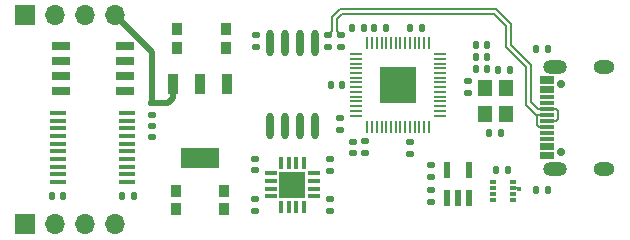
<source format=gtl>
%TF.GenerationSoftware,KiCad,Pcbnew,9.0.0*%
%TF.CreationDate,2025-03-14T22:24:00-04:00*%
%TF.ProjectId,teensy,7465656e-7379-42e6-9b69-6361645f7063,rev?*%
%TF.SameCoordinates,Original*%
%TF.FileFunction,Copper,L1,Top*%
%TF.FilePolarity,Positive*%
%FSLAX46Y46*%
G04 Gerber Fmt 4.6, Leading zero omitted, Abs format (unit mm)*
G04 Created by KiCad (PCBNEW 9.0.0) date 2025-03-14 22:24:00*
%MOMM*%
%LPD*%
G01*
G04 APERTURE LIST*
G04 Aperture macros list*
%AMRoundRect*
0 Rectangle with rounded corners*
0 $1 Rounding radius*
0 $2 $3 $4 $5 $6 $7 $8 $9 X,Y pos of 4 corners*
0 Add a 4 corners polygon primitive as box body*
4,1,4,$2,$3,$4,$5,$6,$7,$8,$9,$2,$3,0*
0 Add four circle primitives for the rounded corners*
1,1,$1+$1,$2,$3*
1,1,$1+$1,$4,$5*
1,1,$1+$1,$6,$7*
1,1,$1+$1,$8,$9*
0 Add four rect primitives between the rounded corners*
20,1,$1+$1,$2,$3,$4,$5,0*
20,1,$1+$1,$4,$5,$6,$7,0*
20,1,$1+$1,$6,$7,$8,$9,0*
20,1,$1+$1,$8,$9,$2,$3,0*%
G04 Aperture macros list end*
%TA.AperFunction,SMDPad,CuDef*%
%ADD10RoundRect,0.140000X-0.140000X-0.170000X0.140000X-0.170000X0.140000X0.170000X-0.140000X0.170000X0*%
%TD*%
%TA.AperFunction,SMDPad,CuDef*%
%ADD11R,1.528000X0.650000*%
%TD*%
%TA.AperFunction,SMDPad,CuDef*%
%ADD12RoundRect,0.140000X-0.170000X0.140000X-0.170000X-0.140000X0.170000X-0.140000X0.170000X0.140000X0*%
%TD*%
%TA.AperFunction,SMDPad,CuDef*%
%ADD13RoundRect,0.135000X0.185000X-0.135000X0.185000X0.135000X-0.185000X0.135000X-0.185000X-0.135000X0*%
%TD*%
%TA.AperFunction,SMDPad,CuDef*%
%ADD14R,0.200000X1.100000*%
%TD*%
%TA.AperFunction,SMDPad,CuDef*%
%ADD15R,1.100000X0.200000*%
%TD*%
%TA.AperFunction,SMDPad,CuDef*%
%ADD16R,3.100000X3.100000*%
%TD*%
%TA.AperFunction,SMDPad,CuDef*%
%ADD17RoundRect,0.135000X0.135000X0.185000X-0.135000X0.185000X-0.135000X-0.185000X0.135000X-0.185000X0*%
%TD*%
%TA.AperFunction,SMDPad,CuDef*%
%ADD18R,0.609600X1.320800*%
%TD*%
%TA.AperFunction,SMDPad,CuDef*%
%ADD19R,0.900000X1.000000*%
%TD*%
%TA.AperFunction,SMDPad,CuDef*%
%ADD20O,0.630000X2.250000*%
%TD*%
%TA.AperFunction,SMDPad,CuDef*%
%ADD21R,1.475000X0.450000*%
%TD*%
%TA.AperFunction,SMDPad,CuDef*%
%ADD22RoundRect,0.135000X-0.185000X0.135000X-0.185000X-0.135000X0.185000X-0.135000X0.185000X0.135000X0*%
%TD*%
%TA.AperFunction,SMDPad,CuDef*%
%ADD23RoundRect,0.140000X0.170000X-0.140000X0.170000X0.140000X-0.170000X0.140000X-0.170000X-0.140000X0*%
%TD*%
%TA.AperFunction,SMDPad,CuDef*%
%ADD24RoundRect,0.140000X0.140000X0.170000X-0.140000X0.170000X-0.140000X-0.170000X0.140000X-0.170000X0*%
%TD*%
%TA.AperFunction,SMDPad,CuDef*%
%ADD25R,1.200000X1.400000*%
%TD*%
%TA.AperFunction,ComponentPad*%
%ADD26R,1.700000X1.700000*%
%TD*%
%TA.AperFunction,ComponentPad*%
%ADD27O,1.700000X1.700000*%
%TD*%
%TA.AperFunction,SMDPad,CuDef*%
%ADD28R,0.475000X0.300000*%
%TD*%
%TA.AperFunction,ComponentPad*%
%ADD29C,0.700000*%
%TD*%
%TA.AperFunction,ComponentPad*%
%ADD30O,2.000000X1.200000*%
%TD*%
%TA.AperFunction,ComponentPad*%
%ADD31O,1.800000X1.200000*%
%TD*%
%TA.AperFunction,SMDPad,CuDef*%
%ADD32R,1.300000X0.300000*%
%TD*%
%TA.AperFunction,SMDPad,CuDef*%
%ADD33R,1.050000X0.350000*%
%TD*%
%TA.AperFunction,SMDPad,CuDef*%
%ADD34R,0.350000X1.050000*%
%TD*%
%TA.AperFunction,SMDPad,CuDef*%
%ADD35R,2.200000X2.200000*%
%TD*%
%TA.AperFunction,SMDPad,CuDef*%
%ADD36R,0.950000X1.750000*%
%TD*%
%TA.AperFunction,SMDPad,CuDef*%
%ADD37R,3.200000X1.750000*%
%TD*%
%TA.AperFunction,ViaPad*%
%ADD38C,0.400000*%
%TD*%
%TA.AperFunction,Conductor*%
%ADD39C,0.500000*%
%TD*%
%TA.AperFunction,Conductor*%
%ADD40C,0.200000*%
%TD*%
%TA.AperFunction,Conductor*%
%ADD41C,0.150000*%
%TD*%
G04 APERTURE END LIST*
D10*
%TO.P,C6,1*%
%TO.N,micro_controller-vcc*%
X157841072Y-94285396D03*
%TO.P,C6,2*%
%TO.N,gnd*%
X158801072Y-94285396D03*
%TD*%
D11*
%TO.P,U9,1*%
%TO.N,b1*%
X136702072Y-99655000D03*
%TO.P,U9,2*%
%TO.N,b2*%
X136702072Y-98385000D03*
%TO.P,U9,3*%
X136702072Y-97115000D03*
%TO.P,U9,4*%
%TO.N,b3*%
X136702072Y-95845000D03*
%TO.P,U9,5*%
%TO.N,gnd*%
X131280072Y-95845000D03*
%TO.P,U9,6*%
%TO.N,A*%
X131280072Y-97115000D03*
%TO.P,U9,7*%
%TO.N,B*%
X131280072Y-98385000D03*
%TO.P,U9,8*%
%TO.N,vcc-1*%
X131280072Y-99655000D03*
%TD*%
D12*
%TO.P,C20,1*%
%TO.N,vint*%
X147739750Y-108800000D03*
%TO.P,C20,2*%
%TO.N,gnd*%
X147739750Y-109760000D03*
%TD*%
D13*
%TO.P,R6,1*%
%TO.N,usb_dp*%
X153915176Y-95879671D03*
%TO.P,R6,2*%
%TO.N,USBD_P*%
X153915176Y-94859671D03*
%TD*%
D14*
%TO.P,U3,1*%
%TO.N,micro_controller-vcc*%
X157250000Y-102650000D03*
%TO.P,U3,2*%
%TO.N,a3*%
X157650000Y-102650000D03*
%TO.P,U3,3*%
%TO.N,a1*%
X158050000Y-102650000D03*
%TO.P,U3,4*%
%TO.N,a2*%
X158450000Y-102650000D03*
%TO.P,U3,5*%
%TO.N,io_ain1*%
X158850000Y-102650000D03*
%TO.P,U3,6*%
%TO.N,io_ain2*%
X159250000Y-102650000D03*
%TO.P,U3,7*%
%TO.N,io_bin1*%
X159650000Y-102650000D03*
%TO.P,U3,8*%
%TO.N,io_bin2*%
X160050000Y-102650000D03*
%TO.P,U3,9*%
%TO.N,gpio7*%
X160450000Y-102650000D03*
%TO.P,U3,10*%
%TO.N,micro_controller-vcc*%
X160850000Y-102650000D03*
%TO.P,U3,11*%
%TO.N,miso*%
X161250000Y-102650000D03*
%TO.P,U3,12*%
%TO.N,micro_controller.rp2040-cs*%
X161650000Y-102650000D03*
%TO.P,U3,13*%
%TO.N,micro_controller.rp2040-sck*%
X162050000Y-102650000D03*
%TO.P,U3,14*%
%TO.N,mosi*%
X162450000Y-102650000D03*
D15*
%TO.P,U3,15*%
%TO.N,gpio12*%
X163400000Y-101700000D03*
%TO.P,U3,16*%
%TO.N,gpio13*%
X163400000Y-101300000D03*
%TO.P,U3,17*%
%TO.N,gpio14*%
X163400000Y-100900000D03*
%TO.P,U3,18*%
%TO.N,gpio15*%
X163400000Y-100500000D03*
%TO.P,U3,19*%
%TO.N,gnd*%
X163400000Y-100100000D03*
%TO.P,U3,20*%
%TO.N,xin*%
X163400000Y-99700000D03*
%TO.P,U3,21*%
%TO.N,xout*%
X163400000Y-99300000D03*
%TO.P,U3,22*%
%TO.N,micro_controller-vcc*%
X163400000Y-98900000D03*
%TO.P,U3,23*%
%TO.N,micro_controller.rp2040.micro-vcc*%
X163400000Y-98500000D03*
%TO.P,U3,24*%
%TO.N,swclk*%
X163400000Y-98100000D03*
%TO.P,U3,25*%
%TO.N,swdio*%
X163400000Y-97700000D03*
%TO.P,U3,26*%
%TO.N,run*%
X163400000Y-97300000D03*
%TO.P,U3,27*%
%TO.N,gpio16*%
X163400000Y-96900000D03*
%TO.P,U3,28*%
%TO.N,gpio17*%
X163400000Y-96500000D03*
D14*
%TO.P,U3,29*%
%TO.N,io_pad_18*%
X162450000Y-95550000D03*
%TO.P,U3,30*%
%TO.N,io_pad_19*%
X162050000Y-95550000D03*
%TO.P,U3,31*%
%TO.N,io_pad_20*%
X161650000Y-95550000D03*
%TO.P,U3,32*%
%TO.N,io_pad_21*%
X161250000Y-95550000D03*
%TO.P,U3,33*%
%TO.N,micro_controller-vcc*%
X160850000Y-95550000D03*
%TO.P,U3,34*%
%TO.N,gpio22*%
X160450000Y-95550000D03*
%TO.P,U3,35*%
%TO.N,gpio23*%
X160050000Y-95550000D03*
%TO.P,U3,36*%
%TO.N,gpio24*%
X159650000Y-95550000D03*
%TO.P,U3,37*%
%TO.N,gpio25*%
X159250000Y-95550000D03*
%TO.P,U3,38*%
%TO.N,io_pad_a0*%
X158850000Y-95550000D03*
%TO.P,U3,39*%
%TO.N,io_pad_a1*%
X158450000Y-95550000D03*
%TO.P,U3,40*%
%TO.N,io_pad_a2*%
X158050000Y-95550000D03*
%TO.P,U3,41*%
%TO.N,io_pad_a3*%
X157650000Y-95550000D03*
%TO.P,U3,42*%
%TO.N,micro_controller-vcc*%
X157250000Y-95550000D03*
D15*
%TO.P,U3,43*%
X156300000Y-96500000D03*
%TO.P,U3,44*%
X156300000Y-96900000D03*
%TO.P,U3,45*%
%TO.N,micro_controller.rp2040.micro-vcc*%
X156300000Y-97300000D03*
%TO.P,U3,46*%
%TO.N,usb_dm*%
X156300000Y-97700000D03*
%TO.P,U3,47*%
%TO.N,usb_dp*%
X156300000Y-98100000D03*
%TO.P,U3,48*%
%TO.N,micro_controller-vcc*%
X156300000Y-98500000D03*
%TO.P,U3,49*%
X156300000Y-98900000D03*
%TO.P,U3,50*%
%TO.N,micro_controller.rp2040.micro-vcc*%
X156300000Y-99300000D03*
%TO.P,U3,51*%
%TO.N,io3*%
X156300000Y-99700000D03*
%TO.P,U3,52*%
%TO.N,micro_controller.rp2040-sck-1*%
X156300000Y-100100000D03*
%TO.P,U3,53*%
%TO.N,io0*%
X156300000Y-100500000D03*
%TO.P,U3,54*%
%TO.N,io2*%
X156300000Y-100900000D03*
%TO.P,U3,55*%
%TO.N,io1*%
X156300000Y-101300000D03*
%TO.P,U3,56*%
%TO.N,micro_controller.rp2040-cs-1*%
X156300000Y-101700000D03*
D16*
%TO.P,U3,57*%
%TO.N,gnd*%
X159850000Y-99100000D03*
%TD*%
D17*
%TO.P,R2,1*%
%TO.N,cc2*%
X172567500Y-96100000D03*
%TO.P,R2,2*%
%TO.N,gnd*%
X171547500Y-96100000D03*
%TD*%
D18*
%TO.P,U1,1*%
%TO.N,micro_controller-vcc-1*%
X164000500Y-108693800D03*
%TO.P,U1,2*%
%TO.N,gnd*%
X164940000Y-108693800D03*
%TO.P,U1,3*%
%TO.N,micro_controller-vcc-1*%
X165879500Y-108693800D03*
%TO.P,U1,4*%
%TO.N,nc*%
X165879500Y-106306200D03*
%TO.P,U1,5*%
%TO.N,micro_controller-vcc*%
X164000500Y-106306200D03*
%TD*%
D12*
%TO.P,C8,1*%
%TO.N,micro_controller-vcc*%
X157074749Y-103869810D03*
%TO.P,C8,2*%
%TO.N,gnd*%
X157074749Y-104829810D03*
%TD*%
D13*
%TO.P,R4,1*%
%TO.N,micro_controller-vcc*%
X154964211Y-102895396D03*
%TO.P,R4,2*%
%TO.N,micro_controller.rp2040-cs-1*%
X154964211Y-101875396D03*
%TD*%
D12*
%TO.P,C19,1*%
%TO.N,vcp*%
X147749750Y-105390000D03*
%TO.P,C19,2*%
%TO.N,micro_controller-vcc*%
X147749750Y-106350000D03*
%TD*%
D13*
%TO.P,R10,1*%
%TO.N,bisen*%
X154099750Y-106390000D03*
%TO.P,R10,2*%
%TO.N,gnd*%
X154099750Y-105370000D03*
%TD*%
D19*
%TO.P,U5,1*%
%TO.N,gnd*%
X145250000Y-94350000D03*
%TO.P,U5,2*%
%TO.N,micro_controller.rp2040-cs-1*%
X145250000Y-95950000D03*
%TO.P,U5,3*%
X141150000Y-95950000D03*
%TO.P,U5,4*%
%TO.N,gnd*%
X141150000Y-94350000D03*
%TD*%
D10*
%TO.P,C13,1*%
%TO.N,micro_controller.rp2040.micro-vcc*%
X166406118Y-96720551D03*
%TO.P,C13,2*%
%TO.N,gnd*%
X167366118Y-96720551D03*
%TD*%
D20*
%TO.P,U7,1*%
%TO.N,micro_controller.rp2040-cs-1*%
X149031072Y-102579686D03*
%TO.P,U7,2*%
%TO.N,io1*%
X150311072Y-102579686D03*
%TO.P,U7,3*%
%TO.N,io2*%
X151571072Y-102579686D03*
%TO.P,U7,4*%
%TO.N,gnd*%
X152841072Y-102579686D03*
%TO.P,U7,5*%
%TO.N,io0*%
X152841072Y-95519686D03*
%TO.P,U7,6*%
%TO.N,micro_controller.rp2040-sck-1*%
X151571072Y-95519686D03*
%TO.P,U7,7*%
%TO.N,io3*%
X150311072Y-95519686D03*
%TO.P,U7,8*%
%TO.N,micro_controller-vcc*%
X149031072Y-95519686D03*
%TD*%
D21*
%TO.P,U10,1*%
%TO.N,a1*%
X136929072Y-107325000D03*
%TO.P,U10,2*%
%TO.N,micro_controller-vcc*%
X136929072Y-106675000D03*
%TO.P,U10,3*%
%TO.N,a2*%
X136929072Y-106025000D03*
%TO.P,U10,4*%
%TO.N,a3*%
X136929072Y-105375000D03*
%TO.P,U10,5*%
%TO.N,a4*%
X136929072Y-104725000D03*
%TO.P,U10,6*%
%TO.N,a5*%
X136929072Y-104075000D03*
%TO.P,U10,7*%
%TO.N,a6*%
X136929072Y-103425000D03*
%TO.P,U10,8*%
%TO.N,a7*%
X136929072Y-102775000D03*
%TO.P,U10,9*%
%TO.N,a8*%
X136929072Y-102125000D03*
%TO.P,U10,10*%
%TO.N,vcc-1*%
X136929072Y-101475000D03*
%TO.P,U10,11*%
%TO.N,gnd*%
X131053072Y-101475000D03*
%TO.P,U10,12*%
%TO.N,b8*%
X131053072Y-102125000D03*
%TO.P,U10,13*%
%TO.N,b7*%
X131053072Y-102775000D03*
%TO.P,U10,14*%
%TO.N,b6*%
X131053072Y-103425000D03*
%TO.P,U10,15*%
%TO.N,b5*%
X131053072Y-104075000D03*
%TO.P,U10,16*%
%TO.N,b4*%
X131053072Y-104725000D03*
%TO.P,U10,17*%
%TO.N,b3*%
X131053072Y-105375000D03*
%TO.P,U10,18*%
%TO.N,b2*%
X131053072Y-106025000D03*
%TO.P,U10,19*%
%TO.N,vcc-1*%
X131053072Y-106675000D03*
%TO.P,U10,20*%
%TO.N,b1*%
X131053072Y-107325000D03*
%TD*%
D12*
%TO.P,C17,1*%
%TO.N,vcc*%
X139000000Y-100670000D03*
%TO.P,C17,2*%
%TO.N,gnd*%
X139000000Y-101630000D03*
%TD*%
D22*
%TO.P,R7,1*%
%TO.N,USBD_N*%
X154977631Y-94846715D03*
%TO.P,R7,2*%
%TO.N,usb_dm*%
X154977631Y-95866715D03*
%TD*%
D17*
%TO.P,R8,1*%
%TO.N,st*%
X169186283Y-106350000D03*
%TO.P,R8,2*%
%TO.N,vcc-1*%
X168166283Y-106350000D03*
%TD*%
D23*
%TO.P,C1,1*%
%TO.N,micro_controller-vcc-1*%
X162640000Y-109000000D03*
%TO.P,C1,2*%
%TO.N,gnd*%
X162640000Y-108040000D03*
%TD*%
D24*
%TO.P,C12,1*%
%TO.N,micro_controller.rp2040.micro-vcc*%
X156921072Y-94285396D03*
%TO.P,C12,2*%
%TO.N,gnd*%
X155961072Y-94285396D03*
%TD*%
D10*
%TO.P,C16,1*%
%TO.N,vcc-1*%
X130511072Y-108500000D03*
%TO.P,C16,2*%
%TO.N,gnd*%
X131471072Y-108500000D03*
%TD*%
%TO.P,C9,1*%
%TO.N,micro_controller-vcc*%
X160881072Y-94285396D03*
%TO.P,C9,2*%
%TO.N,gnd*%
X161841072Y-94285396D03*
%TD*%
D13*
%TO.P,R5,1*%
%TO.N,xout*%
X165763372Y-99770939D03*
%TO.P,R5,2*%
%TO.N,out*%
X165763372Y-98750939D03*
%TD*%
D25*
%TO.P,U6,1*%
%TO.N,xin*%
X168951559Y-101562966D03*
%TO.P,U6,2*%
%TO.N,gnd*%
X168951559Y-99362966D03*
%TO.P,U6,3*%
%TO.N,out*%
X167191559Y-99362966D03*
%TO.P,U6,4*%
%TO.N,gnd*%
X167191559Y-101562966D03*
%TD*%
D26*
%TO.P,U12,1*%
%TO.N,gnd*%
X128265000Y-93200000D03*
D27*
%TO.P,U12,2*%
%TO.N,A*%
X130805000Y-93200000D03*
%TO.P,U12,3*%
%TO.N,B*%
X133345000Y-93200000D03*
%TO.P,U12,4*%
%TO.N,vcc*%
X135885000Y-93200000D03*
%TD*%
D17*
%TO.P,R1,1*%
%TO.N,cc1*%
X172567500Y-108000000D03*
%TO.P,R1,2*%
%TO.N,gnd*%
X171547500Y-108000000D03*
%TD*%
D19*
%TO.P,U4,1*%
%TO.N,gnd*%
X141050000Y-109650000D03*
%TO.P,U4,2*%
%TO.N,run*%
X141050000Y-108050000D03*
%TO.P,U4,3*%
X145150000Y-108050000D03*
%TO.P,U4,4*%
%TO.N,gnd*%
X145150000Y-109650000D03*
%TD*%
D10*
%TO.P,C5,1*%
%TO.N,micro_controller-vcc*%
X166406118Y-97767506D03*
%TO.P,C5,2*%
%TO.N,gnd*%
X167366118Y-97767506D03*
%TD*%
D22*
%TO.P,R9,1*%
%TO.N,aisen*%
X154079750Y-108770000D03*
%TO.P,R9,2*%
%TO.N,gnd*%
X154079750Y-109790000D03*
%TD*%
D10*
%TO.P,C15,1*%
%TO.N,micro_controller-vcc*%
X136511072Y-108500000D03*
%TO.P,C15,2*%
%TO.N,gnd*%
X137471072Y-108500000D03*
%TD*%
D23*
%TO.P,C18,1*%
%TO.N,vcc-1*%
X139000000Y-103530000D03*
%TO.P,C18,2*%
%TO.N,gnd*%
X139000000Y-102570000D03*
%TD*%
D28*
%TO.P,U8,1*%
%TO.N,gnd*%
X167882000Y-107350000D03*
%TO.P,U8,2*%
%TO.N,micro_controller-vcc-1*%
X167882000Y-107850000D03*
%TO.P,U8,3*%
%TO.N,vcc-1*%
X167882000Y-108350000D03*
%TO.P,U8,4*%
%TO.N,micro_controller.lm66200-io*%
X167882000Y-108850000D03*
%TO.P,U8,5*%
%TO.N,gnd*%
X169558000Y-108850000D03*
%TO.P,U8,6*%
%TO.N,micro_controller.typeC-vcc*%
X169558000Y-108350000D03*
%TO.P,U8,7*%
%TO.N,micro_controller-vcc-1*%
X169558000Y-107850000D03*
%TO.P,U8,8*%
%TO.N,st*%
X169558000Y-107350000D03*
%TD*%
D24*
%TO.P,C3,1*%
%TO.N,xin*%
X168528330Y-103144022D03*
%TO.P,C3,2*%
%TO.N,gnd*%
X167568330Y-103144022D03*
%TD*%
D10*
%TO.P,C4,1*%
%TO.N,out*%
X168338259Y-97819901D03*
%TO.P,C4,2*%
%TO.N,gnd*%
X169298259Y-97819901D03*
%TD*%
D29*
%TO.P,U2,*%
%TO.N,*%
X173670000Y-104790000D03*
X173670000Y-99010000D03*
D30*
%TO.P,U2,1*%
%TO.N,gnd*%
X173130000Y-106220000D03*
%TO.P,U2,2*%
X173130000Y-97580000D03*
D31*
%TO.P,U2,3*%
X177320000Y-106220000D03*
%TO.P,U2,4*%
X177320000Y-97580000D03*
D32*
%TO.P,U2,A1*%
X172480000Y-105250000D03*
%TO.P,U2,A4*%
%TO.N,micro_controller.typeC-vcc*%
X172480000Y-104450000D03*
%TO.P,U2,A5*%
%TO.N,cc1*%
X172480000Y-103150000D03*
%TO.P,U2,A6*%
%TO.N,USBD_P*%
X172480000Y-102150000D03*
%TO.P,U2,A7*%
%TO.N,USBD_N*%
X172480000Y-101650000D03*
%TO.P,U2,A8*%
%TO.N,sub1*%
X172480000Y-100650000D03*
%TO.P,U2,A9*%
%TO.N,micro_controller.typeC-vcc*%
X172490000Y-99350000D03*
%TO.P,U2,A12*%
%TO.N,gnd*%
X172480000Y-98550000D03*
%TO.P,U2,B1*%
X172480000Y-98850000D03*
%TO.P,U2,B4*%
%TO.N,micro_controller.typeC-vcc*%
X172490000Y-99650000D03*
%TO.P,U2,B5*%
%TO.N,cc2*%
X172480000Y-100150000D03*
%TO.P,U2,B6*%
%TO.N,USBD_P*%
X172480000Y-101150000D03*
%TO.P,U2,B7*%
%TO.N,USBD_N*%
X172480000Y-102650000D03*
%TO.P,U2,B8*%
%TO.N,sub2*%
X172480000Y-103650000D03*
%TO.P,U2,B9*%
%TO.N,micro_controller.typeC-vcc*%
X172480000Y-104150000D03*
%TO.P,U2,B12*%
%TO.N,gnd*%
X172480000Y-104950000D03*
%TD*%
D24*
%TO.P,C11,1*%
%TO.N,micro_controller.rp2040.micro-vcc*%
X155120059Y-99111098D03*
%TO.P,C11,2*%
%TO.N,gnd*%
X154160059Y-99111098D03*
%TD*%
D26*
%TO.P,U11,1*%
%TO.N,gnd*%
X128265000Y-110900000D03*
D27*
%TO.P,U11,2*%
%TO.N,A*%
X130805000Y-110900000D03*
%TO.P,U11,3*%
%TO.N,B*%
X133345000Y-110900000D03*
%TO.P,U11,4*%
%TO.N,vcc*%
X135885000Y-110900000D03*
%TD*%
D33*
%TO.P,U30,1*%
%TO.N,aisen*%
X152750000Y-108550000D03*
%TO.P,U30,2*%
%TO.N,test_points.pad_dc_b-b*%
X152750000Y-107900000D03*
%TO.P,U30,3*%
%TO.N,motor_driver.driver-b*%
X152750000Y-107250000D03*
%TO.P,U30,4*%
%TO.N,bisen*%
X152750000Y-106600000D03*
D34*
%TO.P,U30,5*%
%TO.N,motor_driver.driver-a*%
X151875000Y-105725000D03*
%TO.P,U30,6*%
%TO.N,motor_driver.driver-io-2*%
X151225000Y-105725000D03*
%TO.P,U30,7*%
%TO.N,motor_driver.driver-io*%
X150575000Y-105725000D03*
%TO.P,U30,8*%
%TO.N,motor_driver.driver-io-1*%
X149925000Y-105725000D03*
D33*
%TO.P,U30,9*%
%TO.N,vcp*%
X149050000Y-106600000D03*
%TO.P,U30,10*%
%TO.N,micro_controller-vcc*%
X149050000Y-107250000D03*
%TO.P,U30,11*%
%TO.N,gnd*%
X149050000Y-107900000D03*
%TO.P,U30,12*%
%TO.N,vint*%
X149050000Y-108550000D03*
D34*
%TO.P,U30,13*%
%TO.N,io_ain2*%
X149925000Y-109425000D03*
%TO.P,U30,14*%
%TO.N,io_ain1*%
X150575000Y-109425000D03*
%TO.P,U30,15*%
%TO.N,micro_controller-vcc*%
X151225000Y-109425000D03*
%TO.P,U30,16*%
%TO.N,test_points.pad_dc_a-a*%
X151875000Y-109425000D03*
D35*
%TO.P,U30,17*%
%TO.N,gnd*%
X150900000Y-107575000D03*
%TD*%
D36*
%TO.P,U13,1*%
%TO.N,gnd*%
X145400000Y-99000000D03*
%TO.P,U13,2*%
%TO.N,vcc-1*%
X143100000Y-99000000D03*
%TO.P,U13,3*%
%TO.N,vcc*%
X140800000Y-99000000D03*
D37*
%TO.P,U13,4*%
%TO.N,vcc-1*%
X143100000Y-105300000D03*
%TD*%
D22*
%TO.P,R3,1*%
%TO.N,micro_controller-vcc*%
X160869128Y-103897031D03*
%TO.P,R3,2*%
%TO.N,run*%
X160869128Y-104917031D03*
%TD*%
D12*
%TO.P,C2,1*%
%TO.N,micro_controller-vcc*%
X162640000Y-105920000D03*
%TO.P,C2,2*%
%TO.N,gnd*%
X162640000Y-106880000D03*
%TD*%
%TO.P,C7,1*%
%TO.N,micro_controller-vcc*%
X156036023Y-103897846D03*
%TO.P,C7,2*%
%TO.N,gnd*%
X156036023Y-104857846D03*
%TD*%
%TO.P,C10,1*%
%TO.N,micro_controller-vcc*%
X147819532Y-94917559D03*
%TO.P,C10,2*%
%TO.N,gnd*%
X147819532Y-95877559D03*
%TD*%
D10*
%TO.P,C14,1*%
%TO.N,micro_controller.rp2040.micro-vcc*%
X166434553Y-95706347D03*
%TO.P,C14,2*%
%TO.N,gnd*%
X167394553Y-95706347D03*
%TD*%
D38*
%TO.N,micro_controller-vcc-1*%
X170100000Y-107900000D03*
%TD*%
D39*
%TO.N,vcc*%
X135885000Y-93200000D02*
X139000000Y-96315000D01*
X140800000Y-100250000D02*
X140800000Y-99000000D01*
X139000000Y-96315000D02*
X139000000Y-100670000D01*
X140380000Y-100670000D02*
X140800000Y-100250000D01*
X139000000Y-100670000D02*
X140380000Y-100670000D01*
D40*
%TO.N,USBD_P*%
X168153200Y-92665000D02*
X154926800Y-92665000D01*
X171713200Y-101175000D02*
X171125000Y-100586800D01*
X173200000Y-101150000D02*
X173380000Y-101330000D01*
X169435000Y-93946800D02*
X168153200Y-92665000D01*
X171125000Y-97436800D02*
X169435000Y-95746800D01*
X154227881Y-93363919D02*
X154227881Y-94546966D01*
X173380000Y-101950000D02*
X173180000Y-102150000D01*
X172480000Y-101150000D02*
X173200000Y-101150000D01*
X171125000Y-100586800D02*
X171125000Y-97436800D01*
X171955000Y-101175000D02*
X171713200Y-101175000D01*
X169435000Y-95746800D02*
X169435000Y-93946800D01*
X154926800Y-92665000D02*
X154227881Y-93363919D01*
X172480000Y-101150000D02*
X171980000Y-101150000D01*
X173380000Y-101330000D02*
X173380000Y-101950000D01*
X154227881Y-94546966D02*
X153915176Y-94859671D01*
X173180000Y-102150000D02*
X172480000Y-102150000D01*
X171980000Y-101150000D02*
X171955000Y-101175000D01*
%TO.N,USBD_N*%
X154677882Y-94546966D02*
X154977631Y-94846715D01*
X171526800Y-101625000D02*
X170675000Y-100773200D01*
X172480000Y-101650000D02*
X171980000Y-101650000D01*
X171955000Y-101625000D02*
X171526800Y-101625000D01*
X171580000Y-101700000D02*
X171580000Y-102460000D01*
X170675000Y-97623200D02*
X168985000Y-95933200D01*
X171580000Y-102460000D02*
X171770000Y-102650000D01*
X168985000Y-95933200D02*
X168985000Y-94133200D01*
X171630000Y-101650000D02*
X171580000Y-101700000D01*
X172480000Y-101650000D02*
X171630000Y-101650000D01*
X171980000Y-101650000D02*
X171955000Y-101625000D01*
X170675000Y-100773200D02*
X170675000Y-97623200D01*
X171770000Y-102650000D02*
X172480000Y-102650000D01*
X168985000Y-94133200D02*
X167966800Y-93115000D01*
X154677882Y-93550318D02*
X154677882Y-94546966D01*
X155113200Y-93115000D02*
X154677882Y-93550318D01*
X167966800Y-93115000D02*
X155113200Y-93115000D01*
D41*
%TO.N,micro_controller-vcc-1*%
X170050000Y-107850000D02*
X170100000Y-107900000D01*
X169558000Y-107850000D02*
X170050000Y-107850000D01*
%TD*%
M02*

</source>
